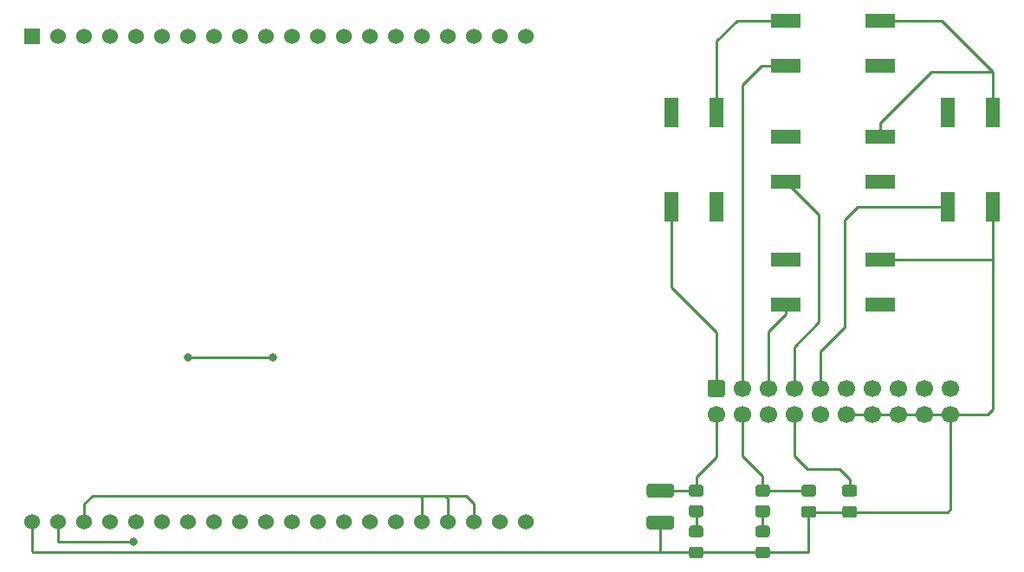
<source format=gbr>
%TF.GenerationSoftware,KiCad,Pcbnew,(5.1.10)-1*%
%TF.CreationDate,2022-03-08T20:45:29-05:00*%
%TF.ProjectId,PacMan-display,5061634d-616e-42d6-9469-73706c61792e,1.0*%
%TF.SameCoordinates,Original*%
%TF.FileFunction,Copper,L1,Top*%
%TF.FilePolarity,Positive*%
%FSLAX46Y46*%
G04 Gerber Fmt 4.6, Leading zero omitted, Abs format (unit mm)*
G04 Created by KiCad (PCBNEW (5.1.10)-1) date 2022-03-08 20:45:29*
%MOMM*%
%LPD*%
G01*
G04 APERTURE LIST*
%TA.AperFunction,ComponentPad*%
%ADD10C,1.524000*%
%TD*%
%TA.AperFunction,ComponentPad*%
%ADD11R,1.524000X1.524000*%
%TD*%
%TA.AperFunction,ComponentPad*%
%ADD12C,1.700000*%
%TD*%
%TA.AperFunction,SMDPad,CuDef*%
%ADD13R,3.000000X1.400000*%
%TD*%
%TA.AperFunction,SMDPad,CuDef*%
%ADD14R,1.400000X3.000000*%
%TD*%
%TA.AperFunction,ViaPad*%
%ADD15C,0.800000*%
%TD*%
%TA.AperFunction,Conductor*%
%ADD16C,0.250000*%
%TD*%
G04 APERTURE END LIST*
%TO.P,R2,2*%
%TO.N,Net-(D2-Pad2)*%
%TA.AperFunction,SMDPad,CuDef*%
G36*
G01*
X168233999Y-119898000D02*
X169134001Y-119898000D01*
G75*
G02*
X169384000Y-120147999I0J-249999D01*
G01*
X169384000Y-120848001D01*
G75*
G02*
X169134001Y-121098000I-249999J0D01*
G01*
X168233999Y-121098000D01*
G75*
G02*
X167984000Y-120848001I0J249999D01*
G01*
X167984000Y-120147999D01*
G75*
G02*
X168233999Y-119898000I249999J0D01*
G01*
G37*
%TD.AperFunction*%
%TO.P,R2,1*%
%TO.N,/TS_ACTIVE*%
%TA.AperFunction,SMDPad,CuDef*%
G36*
G01*
X168233999Y-117898000D02*
X169134001Y-117898000D01*
G75*
G02*
X169384000Y-118147999I0J-249999D01*
G01*
X169384000Y-118848001D01*
G75*
G02*
X169134001Y-119098000I-249999J0D01*
G01*
X168233999Y-119098000D01*
G75*
G02*
X167984000Y-118848001I0J249999D01*
G01*
X167984000Y-118147999D01*
G75*
G02*
X168233999Y-117898000I249999J0D01*
G01*
G37*
%TD.AperFunction*%
%TD*%
%TO.P,D2,2*%
%TO.N,Net-(D2-Pad2)*%
%TA.AperFunction,SMDPad,CuDef*%
G36*
G01*
X169134001Y-123073000D02*
X168233999Y-123073000D01*
G75*
G02*
X167984000Y-122823001I0J249999D01*
G01*
X167984000Y-122172999D01*
G75*
G02*
X168233999Y-121923000I249999J0D01*
G01*
X169134001Y-121923000D01*
G75*
G02*
X169384000Y-122172999I0J-249999D01*
G01*
X169384000Y-122823001D01*
G75*
G02*
X169134001Y-123073000I-249999J0D01*
G01*
G37*
%TD.AperFunction*%
%TO.P,D2,1*%
%TO.N,GND*%
%TA.AperFunction,SMDPad,CuDef*%
G36*
G01*
X169134001Y-125123000D02*
X168233999Y-125123000D01*
G75*
G02*
X167984000Y-124873001I0J249999D01*
G01*
X167984000Y-124222999D01*
G75*
G02*
X168233999Y-123973000I249999J0D01*
G01*
X169134001Y-123973000D01*
G75*
G02*
X169384000Y-124222999I0J-249999D01*
G01*
X169384000Y-124873001D01*
G75*
G02*
X169134001Y-125123000I-249999J0D01*
G01*
G37*
%TD.AperFunction*%
%TD*%
%TO.P,D1,2*%
%TO.N,Net-(D1-Pad2)*%
%TA.AperFunction,SMDPad,CuDef*%
G36*
G01*
X162634001Y-123073000D02*
X161733999Y-123073000D01*
G75*
G02*
X161484000Y-122823001I0J249999D01*
G01*
X161484000Y-122172999D01*
G75*
G02*
X161733999Y-121923000I249999J0D01*
G01*
X162634001Y-121923000D01*
G75*
G02*
X162884000Y-122172999I0J-249999D01*
G01*
X162884000Y-122823001D01*
G75*
G02*
X162634001Y-123073000I-249999J0D01*
G01*
G37*
%TD.AperFunction*%
%TO.P,D1,1*%
%TO.N,GND*%
%TA.AperFunction,SMDPad,CuDef*%
G36*
G01*
X162634001Y-125123000D02*
X161733999Y-125123000D01*
G75*
G02*
X161484000Y-124873001I0J249999D01*
G01*
X161484000Y-124222999D01*
G75*
G02*
X161733999Y-123973000I249999J0D01*
G01*
X162634001Y-123973000D01*
G75*
G02*
X162884000Y-124222999I0J-249999D01*
G01*
X162884000Y-124873001D01*
G75*
G02*
X162634001Y-125123000I-249999J0D01*
G01*
G37*
%TD.AperFunction*%
%TD*%
%TO.P,C3,2*%
%TO.N,GND*%
%TA.AperFunction,SMDPad,CuDef*%
G36*
G01*
X176709000Y-119985500D02*
X177659000Y-119985500D01*
G75*
G02*
X177909000Y-120235500I0J-250000D01*
G01*
X177909000Y-120910500D01*
G75*
G02*
X177659000Y-121160500I-250000J0D01*
G01*
X176709000Y-121160500D01*
G75*
G02*
X176459000Y-120910500I0J250000D01*
G01*
X176459000Y-120235500D01*
G75*
G02*
X176709000Y-119985500I250000J0D01*
G01*
G37*
%TD.AperFunction*%
%TO.P,C3,1*%
%TO.N,+3V3*%
%TA.AperFunction,SMDPad,CuDef*%
G36*
G01*
X176709000Y-117910500D02*
X177659000Y-117910500D01*
G75*
G02*
X177909000Y-118160500I0J-250000D01*
G01*
X177909000Y-118835500D01*
G75*
G02*
X177659000Y-119085500I-250000J0D01*
G01*
X176709000Y-119085500D01*
G75*
G02*
X176459000Y-118835500I0J250000D01*
G01*
X176459000Y-118160500D01*
G75*
G02*
X176709000Y-117910500I250000J0D01*
G01*
G37*
%TD.AperFunction*%
%TD*%
D10*
%TO.P,U1,40*%
%TO.N,Net-(U1-Pad40)*%
X145556000Y-121536000D03*
%TO.P,U1,39*%
%TO.N,Net-(U1-Pad39)*%
X143016000Y-121536000D03*
%TO.P,U1,38*%
%TO.N,/DISP_3V3*%
X140476000Y-121536000D03*
%TO.P,U1,37*%
X137936000Y-121536000D03*
%TO.P,U1,36*%
X135396000Y-121536000D03*
%TO.P,U1,35*%
%TO.N,Net-(U1-Pad35)*%
X132856000Y-121536000D03*
%TO.P,U1,34*%
%TO.N,Net-(U1-Pad34)*%
X130316000Y-121536000D03*
%TO.P,U1,33*%
%TO.N,Net-(U1-Pad33)*%
X127776000Y-121536000D03*
%TO.P,U1,32*%
%TO.N,Net-(U1-Pad32)*%
X125236000Y-121536000D03*
%TO.P,U1,31*%
%TO.N,Net-(U1-Pad31)*%
X122696000Y-121536000D03*
%TO.P,U1,30*%
%TO.N,Net-(U1-Pad30)*%
X120156000Y-121536000D03*
%TO.P,U1,29*%
%TO.N,/DISP_RST*%
X117616000Y-121536000D03*
%TO.P,U1,28*%
%TO.N,/DISP_DC*%
X115076000Y-121536000D03*
%TO.P,U1,27*%
%TO.N,/DISP_CS*%
X112536000Y-121536000D03*
%TO.P,U1,26*%
%TO.N,/DISP_MOSI*%
X109996000Y-121536000D03*
%TO.P,U1,25*%
%TO.N,Net-(U1-Pad25)*%
X107456000Y-121536000D03*
%TO.P,U1,24*%
%TO.N,/DISP_CLK*%
X104916000Y-121536000D03*
%TO.P,U1,23*%
%TO.N,/DISP_3V3*%
X102376000Y-121536000D03*
%TO.P,U1,22*%
%TO.N,+3V3*%
X99836000Y-121536000D03*
%TO.P,U1,21*%
%TO.N,GND*%
X97296000Y-121536000D03*
%TO.P,U1,20*%
%TO.N,Net-(U1-Pad20)*%
X145556000Y-74038000D03*
%TO.P,U1,19*%
%TO.N,Net-(U1-Pad19)*%
X143016000Y-74038000D03*
%TO.P,U1,18*%
%TO.N,Net-(U1-Pad18)*%
X140476000Y-74038000D03*
%TO.P,U1,17*%
%TO.N,Net-(U1-Pad17)*%
X137936000Y-74038000D03*
%TO.P,U1,16*%
%TO.N,Net-(U1-Pad16)*%
X135396000Y-74038000D03*
%TO.P,U1,15*%
%TO.N,Net-(U1-Pad15)*%
X132856000Y-74038000D03*
%TO.P,U1,14*%
%TO.N,Net-(U1-Pad14)*%
X130316000Y-74038000D03*
%TO.P,U1,13*%
%TO.N,Net-(U1-Pad13)*%
X127776000Y-74038000D03*
%TO.P,U1,12*%
%TO.N,Net-(U1-Pad12)*%
X125236000Y-74038000D03*
%TO.P,U1,11*%
%TO.N,Net-(U1-Pad11)*%
X122696000Y-74038000D03*
%TO.P,U1,10*%
%TO.N,Net-(U1-Pad10)*%
X120156000Y-74038000D03*
%TO.P,U1,9*%
%TO.N,Net-(U1-Pad9)*%
X117616000Y-74038000D03*
%TO.P,U1,8*%
%TO.N,Net-(U1-Pad8)*%
X115076000Y-74038000D03*
%TO.P,U1,7*%
%TO.N,Net-(U1-Pad7)*%
X112536000Y-74038000D03*
%TO.P,U1,6*%
%TO.N,Net-(U1-Pad6)*%
X109996000Y-74038000D03*
%TO.P,U1,5*%
%TO.N,Net-(U1-Pad5)*%
X107456000Y-74038000D03*
%TO.P,U1,4*%
%TO.N,Net-(U1-Pad4)*%
X104916000Y-74038000D03*
%TO.P,U1,3*%
%TO.N,Net-(U1-Pad3)*%
X102376000Y-74038000D03*
%TO.P,U1,2*%
%TO.N,Net-(U1-Pad2)*%
X99836000Y-74038000D03*
D11*
%TO.P,U1,1*%
%TO.N,Net-(U1-Pad1)*%
X97296000Y-74038000D03*
%TD*%
%TO.P,R1,2*%
%TO.N,Net-(D1-Pad2)*%
%TA.AperFunction,SMDPad,CuDef*%
G36*
G01*
X161733999Y-119898000D02*
X162634001Y-119898000D01*
G75*
G02*
X162884000Y-120147999I0J-249999D01*
G01*
X162884000Y-120848001D01*
G75*
G02*
X162634001Y-121098000I-249999J0D01*
G01*
X161733999Y-121098000D01*
G75*
G02*
X161484000Y-120848001I0J249999D01*
G01*
X161484000Y-120147999D01*
G75*
G02*
X161733999Y-119898000I249999J0D01*
G01*
G37*
%TD.AperFunction*%
%TO.P,R1,1*%
%TO.N,+24V*%
%TA.AperFunction,SMDPad,CuDef*%
G36*
G01*
X161733999Y-117898000D02*
X162634001Y-117898000D01*
G75*
G02*
X162884000Y-118147999I0J-249999D01*
G01*
X162884000Y-118848001D01*
G75*
G02*
X162634001Y-119098000I-249999J0D01*
G01*
X161733999Y-119098000D01*
G75*
G02*
X161484000Y-118848001I0J249999D01*
G01*
X161484000Y-118147999D01*
G75*
G02*
X161733999Y-117898000I249999J0D01*
G01*
G37*
%TD.AperFunction*%
%TD*%
D12*
%TO.P,J1,20*%
%TO.N,GND*%
X187014000Y-111038000D03*
%TO.P,J1,18*%
X184474000Y-111038000D03*
%TO.P,J1,16*%
X181934000Y-111038000D03*
%TO.P,J1,14*%
X179394000Y-111038000D03*
%TO.P,J1,12*%
X176854000Y-111038000D03*
%TO.P,J1,10*%
%TO.N,/DISP_CLK*%
X174314000Y-111038000D03*
%TO.P,J1,8*%
%TO.N,+3V3*%
X171774000Y-111038000D03*
%TO.P,J1,6*%
%TO.N,Net-(J1-Pad6)*%
X169234000Y-111038000D03*
%TO.P,J1,4*%
%TO.N,/TS_ACTIVE*%
X166694000Y-111038000D03*
%TO.P,J1,2*%
%TO.N,+24V*%
X164154000Y-111038000D03*
%TO.P,J1,19*%
%TO.N,/DISP_MOSI*%
X187014000Y-108498000D03*
%TO.P,J1,17*%
%TO.N,/DISP_DC*%
X184474000Y-108498000D03*
%TO.P,J1,15*%
%TO.N,/DISP_RST*%
X181934000Y-108498000D03*
%TO.P,J1,13*%
%TO.N,Net-(J1-Pad13)*%
X179394000Y-108498000D03*
%TO.P,J1,11*%
%TO.N,/DISP_CS*%
X176854000Y-108498000D03*
%TO.P,J1,9*%
%TO.N,/BTN_RIGHT*%
X174314000Y-108498000D03*
%TO.P,J1,7*%
%TO.N,/BTN_CENTER*%
X171774000Y-108498000D03*
%TO.P,J1,5*%
%TO.N,/BTN_DOWN*%
X169234000Y-108498000D03*
%TO.P,J1,3*%
%TO.N,/BTN_UP*%
X166694000Y-108498000D03*
%TO.P,J1,1*%
%TO.N,/BTN_LEFT*%
%TA.AperFunction,ComponentPad*%
G36*
G01*
X163554000Y-107648000D02*
X164754000Y-107648000D01*
G75*
G02*
X165004000Y-107898000I0J-250000D01*
G01*
X165004000Y-109098000D01*
G75*
G02*
X164754000Y-109348000I-250000J0D01*
G01*
X163554000Y-109348000D01*
G75*
G02*
X163304000Y-109098000I0J250000D01*
G01*
X163304000Y-107898000D01*
G75*
G02*
X163554000Y-107648000I250000J0D01*
G01*
G37*
%TD.AperFunction*%
%TD*%
%TO.P,C2,2*%
%TO.N,GND*%
%TA.AperFunction,SMDPad,CuDef*%
G36*
G01*
X172709000Y-119985500D02*
X173659000Y-119985500D01*
G75*
G02*
X173909000Y-120235500I0J-250000D01*
G01*
X173909000Y-120910500D01*
G75*
G02*
X173659000Y-121160500I-250000J0D01*
G01*
X172709000Y-121160500D01*
G75*
G02*
X172459000Y-120910500I0J250000D01*
G01*
X172459000Y-120235500D01*
G75*
G02*
X172709000Y-119985500I250000J0D01*
G01*
G37*
%TD.AperFunction*%
%TO.P,C2,1*%
%TO.N,/TS_ACTIVE*%
%TA.AperFunction,SMDPad,CuDef*%
G36*
G01*
X172709000Y-117910500D02*
X173659000Y-117910500D01*
G75*
G02*
X173909000Y-118160500I0J-250000D01*
G01*
X173909000Y-118835500D01*
G75*
G02*
X173659000Y-119085500I-250000J0D01*
G01*
X172709000Y-119085500D01*
G75*
G02*
X172459000Y-118835500I0J250000D01*
G01*
X172459000Y-118160500D01*
G75*
G02*
X172709000Y-117910500I250000J0D01*
G01*
G37*
%TD.AperFunction*%
%TD*%
%TO.P,C1,2*%
%TO.N,GND*%
%TA.AperFunction,SMDPad,CuDef*%
G36*
G01*
X157583999Y-120960500D02*
X159784001Y-120960500D01*
G75*
G02*
X160034000Y-121210499I0J-249999D01*
G01*
X160034000Y-122035501D01*
G75*
G02*
X159784001Y-122285500I-249999J0D01*
G01*
X157583999Y-122285500D01*
G75*
G02*
X157334000Y-122035501I0J249999D01*
G01*
X157334000Y-121210499D01*
G75*
G02*
X157583999Y-120960500I249999J0D01*
G01*
G37*
%TD.AperFunction*%
%TO.P,C1,1*%
%TO.N,+24V*%
%TA.AperFunction,SMDPad,CuDef*%
G36*
G01*
X157583999Y-117835500D02*
X159784001Y-117835500D01*
G75*
G02*
X160034000Y-118085499I0J-249999D01*
G01*
X160034000Y-118910501D01*
G75*
G02*
X159784001Y-119160500I-249999J0D01*
G01*
X157583999Y-119160500D01*
G75*
G02*
X157334000Y-118910501I0J249999D01*
G01*
X157334000Y-118085499D01*
G75*
G02*
X157583999Y-117835500I249999J0D01*
G01*
G37*
%TD.AperFunction*%
%TD*%
D13*
%TO.P,BTN5,1*%
%TO.N,GND*%
X180184000Y-83898000D03*
%TO.P,BTN5,2*%
%TO.N,/BTN_CENTER*%
X180184000Y-88298000D03*
X170984000Y-88298000D03*
%TO.P,BTN5,1*%
%TO.N,GND*%
X170984000Y-83898000D03*
%TD*%
%TO.P,BTN4,1*%
%TO.N,GND*%
X180184000Y-95898000D03*
%TO.P,BTN4,2*%
%TO.N,/BTN_DOWN*%
X180184000Y-100298000D03*
X170984000Y-100298000D03*
%TO.P,BTN4,1*%
%TO.N,GND*%
X170984000Y-95898000D03*
%TD*%
%TO.P,BTN3,1*%
%TO.N,GND*%
X180184000Y-72498000D03*
%TO.P,BTN3,2*%
%TO.N,/BTN_UP*%
X180184000Y-76898000D03*
X170984000Y-76898000D03*
%TO.P,BTN3,1*%
%TO.N,GND*%
X170984000Y-72498000D03*
%TD*%
D14*
%TO.P,BTN2,1*%
%TO.N,GND*%
X191184000Y-90698000D03*
%TO.P,BTN2,2*%
%TO.N,/BTN_RIGHT*%
X186784000Y-90698000D03*
X186784000Y-81498000D03*
%TO.P,BTN2,1*%
%TO.N,GND*%
X191184000Y-81498000D03*
%TD*%
%TO.P,BTN1,1*%
%TO.N,GND*%
X164184000Y-90698000D03*
%TO.P,BTN1,2*%
%TO.N,/BTN_LEFT*%
X159784000Y-90698000D03*
X159784000Y-81498000D03*
%TO.P,BTN1,1*%
%TO.N,GND*%
X164184000Y-81498000D03*
%TD*%
D15*
%TO.N,+3V3*%
X107184000Y-123498000D03*
%TO.N,/DISP_CS*%
X120859000Y-105498000D03*
X112484000Y-105498000D03*
%TD*%
D16*
%TO.N,GND*%
X158684000Y-121623000D02*
X158684000Y-124498000D01*
X187014000Y-111038000D02*
X176854000Y-111038000D01*
X173184000Y-120573000D02*
X177184000Y-120573000D01*
X173134000Y-120623000D02*
X173184000Y-120573000D01*
X187014000Y-120318000D02*
X186759000Y-120573000D01*
X187014000Y-111038000D02*
X187014000Y-120318000D01*
X177184000Y-120573000D02*
X186759000Y-120573000D01*
X97296000Y-124410000D02*
X97296000Y-121536000D01*
X97384000Y-124498000D02*
X97296000Y-124410000D01*
X158684000Y-124498000D02*
X97384000Y-124498000D01*
X170984000Y-72498000D02*
X166184000Y-72498000D01*
X164184000Y-74498000D02*
X164184000Y-81498000D01*
X166184000Y-72498000D02*
X164184000Y-74498000D01*
X187014000Y-111038000D02*
X190644000Y-111038000D01*
X191184000Y-110498000D02*
X191184000Y-106868000D01*
X190644000Y-111038000D02*
X191184000Y-110498000D01*
X191184000Y-106868000D02*
X191184000Y-90698000D01*
X180184000Y-95898000D02*
X191184000Y-95898000D01*
X180184000Y-72498000D02*
X186184000Y-72498000D01*
X186184000Y-72498000D02*
X191184000Y-77498000D01*
X191184000Y-77498000D02*
X191184000Y-81498000D01*
X180184000Y-83898000D02*
X180184000Y-82498000D01*
X185184000Y-77498000D02*
X191184000Y-77498000D01*
X180184000Y-82498000D02*
X185184000Y-77498000D01*
X158684000Y-124498000D02*
X162134000Y-124498000D01*
X162134000Y-124498000D02*
X162184000Y-124548000D01*
X173184000Y-124498000D02*
X173184000Y-120573000D01*
X162184000Y-124498000D02*
X173184000Y-124498000D01*
%TO.N,/BTN_LEFT*%
X164154000Y-108498000D02*
X164154000Y-102968000D01*
X159784000Y-98598000D02*
X159784000Y-90698000D01*
X164154000Y-102968000D02*
X159784000Y-98598000D01*
%TO.N,/BTN_RIGHT*%
X177984000Y-90698000D02*
X186784000Y-90698000D01*
X176684000Y-91998000D02*
X177984000Y-90698000D01*
X176684000Y-102498000D02*
X176684000Y-91998000D01*
X174314000Y-104868000D02*
X176684000Y-102498000D01*
X174314000Y-108498000D02*
X174314000Y-104868000D01*
%TO.N,/BTN_UP*%
X170984000Y-76898000D02*
X168584000Y-76898000D01*
X168584000Y-76898000D02*
X168084000Y-77398000D01*
X166694000Y-78788000D02*
X168084000Y-77398000D01*
X166694000Y-108498000D02*
X166694000Y-78788000D01*
%TO.N,/BTN_DOWN*%
X169234000Y-108498000D02*
X169234000Y-102948000D01*
X170984000Y-101198000D02*
X170984000Y-100298000D01*
X169234000Y-102948000D02*
X170984000Y-101198000D01*
%TO.N,/BTN_CENTER*%
X171774000Y-108498000D02*
X171774000Y-104408000D01*
X171774000Y-104408000D02*
X174184000Y-101998000D01*
X174184000Y-91498000D02*
X170984000Y-88298000D01*
X174184000Y-101998000D02*
X174184000Y-91498000D01*
%TO.N,+24V*%
X158684000Y-118498000D02*
X162184000Y-118498000D01*
X164154000Y-115198000D02*
X162184000Y-117168000D01*
X162184000Y-118498000D02*
X162184000Y-117168000D01*
X164154000Y-111038000D02*
X164154000Y-115198000D01*
%TO.N,+3V3*%
X171774000Y-111038000D02*
X171724000Y-111038000D01*
X172184000Y-111448000D02*
X171774000Y-111038000D01*
X173084000Y-116398000D02*
X171784000Y-115098000D01*
X176184000Y-116398000D02*
X173084000Y-116398000D01*
X177184000Y-117398000D02*
X176184000Y-116398000D01*
X177184000Y-118498000D02*
X177184000Y-117398000D01*
X171784000Y-115098000D02*
X171784000Y-111098000D01*
X99825200Y-123498000D02*
X99836000Y-121536000D01*
X107184000Y-123498000D02*
X99825200Y-123498000D01*
%TO.N,Net-(D1-Pad2)*%
X162184000Y-120498000D02*
X162184000Y-122498000D01*
%TO.N,/DISP_CS*%
X112484000Y-105498000D02*
X112484000Y-105498000D01*
X112484000Y-105498000D02*
X120859000Y-105498000D01*
%TO.N,/DISP_3V3*%
X140184000Y-121244000D02*
X140476000Y-121536000D01*
X140476000Y-121536000D02*
X140476000Y-119790000D01*
X140476000Y-119790000D02*
X139684000Y-118998000D01*
X102376000Y-119806000D02*
X103184000Y-118998000D01*
X102376000Y-121536000D02*
X102376000Y-119806000D01*
X103184000Y-118998000D02*
X135184000Y-118998000D01*
X137936000Y-121536000D02*
X137936000Y-119250000D01*
X137936000Y-119250000D02*
X137684000Y-118998000D01*
X137684000Y-118998000D02*
X139684000Y-118998000D01*
X135184000Y-118998000D02*
X137684000Y-118998000D01*
X135396000Y-121536000D02*
X135396000Y-119210000D01*
X135396000Y-119210000D02*
X135184000Y-118998000D01*
%TO.N,/TS_ACTIVE*%
X168194000Y-118008000D02*
X168684000Y-118498000D01*
X173184000Y-118498000D02*
X168684000Y-118498000D01*
X168684000Y-117098000D02*
X166694000Y-115088000D01*
X168684000Y-118498000D02*
X168684000Y-117098000D01*
X166694000Y-111038000D02*
X166694000Y-115088000D01*
%TO.N,Net-(D2-Pad2)*%
X168684000Y-122498000D02*
X168684000Y-120498000D01*
%TD*%
M02*

</source>
